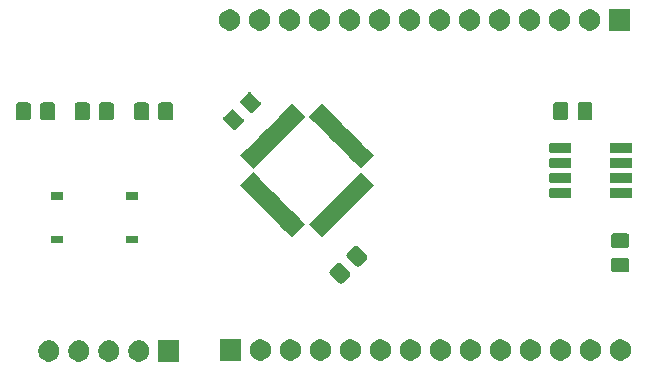
<source format=gbr>
G04 #@! TF.GenerationSoftware,KiCad,Pcbnew,(5.1.5-0-10_14)*
G04 #@! TF.CreationDate,2021-11-19T11:56:32-05:00*
G04 #@! TF.ProjectId,MinimalSAMD21,4d696e69-6d61-46c5-9341-4d4432312e6b,rev?*
G04 #@! TF.SameCoordinates,Original*
G04 #@! TF.FileFunction,Soldermask,Top*
G04 #@! TF.FilePolarity,Negative*
%FSLAX46Y46*%
G04 Gerber Fmt 4.6, Leading zero omitted, Abs format (unit mm)*
G04 Created by KiCad (PCBNEW (5.1.5-0-10_14)) date 2021-11-19 11:56:32*
%MOMM*%
%LPD*%
G04 APERTURE LIST*
%ADD10C,0.100000*%
G04 APERTURE END LIST*
D10*
G36*
X161691000Y-110201000D02*
G01*
X159889000Y-110201000D01*
X159889000Y-108399000D01*
X161691000Y-108399000D01*
X161691000Y-110201000D01*
G37*
G36*
X158363512Y-108403927D02*
G01*
X158512812Y-108433624D01*
X158676784Y-108501544D01*
X158824354Y-108600147D01*
X158949853Y-108725646D01*
X159048456Y-108873216D01*
X159116376Y-109037188D01*
X159151000Y-109211259D01*
X159151000Y-109388741D01*
X159116376Y-109562812D01*
X159048456Y-109726784D01*
X158949853Y-109874354D01*
X158824354Y-109999853D01*
X158676784Y-110098456D01*
X158512812Y-110166376D01*
X158363512Y-110196073D01*
X158338742Y-110201000D01*
X158161258Y-110201000D01*
X158136488Y-110196073D01*
X157987188Y-110166376D01*
X157823216Y-110098456D01*
X157675646Y-109999853D01*
X157550147Y-109874354D01*
X157451544Y-109726784D01*
X157383624Y-109562812D01*
X157349000Y-109388741D01*
X157349000Y-109211259D01*
X157383624Y-109037188D01*
X157451544Y-108873216D01*
X157550147Y-108725646D01*
X157675646Y-108600147D01*
X157823216Y-108501544D01*
X157987188Y-108433624D01*
X158136488Y-108403927D01*
X158161258Y-108399000D01*
X158338742Y-108399000D01*
X158363512Y-108403927D01*
G37*
G36*
X155823512Y-108403927D02*
G01*
X155972812Y-108433624D01*
X156136784Y-108501544D01*
X156284354Y-108600147D01*
X156409853Y-108725646D01*
X156508456Y-108873216D01*
X156576376Y-109037188D01*
X156611000Y-109211259D01*
X156611000Y-109388741D01*
X156576376Y-109562812D01*
X156508456Y-109726784D01*
X156409853Y-109874354D01*
X156284354Y-109999853D01*
X156136784Y-110098456D01*
X155972812Y-110166376D01*
X155823512Y-110196073D01*
X155798742Y-110201000D01*
X155621258Y-110201000D01*
X155596488Y-110196073D01*
X155447188Y-110166376D01*
X155283216Y-110098456D01*
X155135646Y-109999853D01*
X155010147Y-109874354D01*
X154911544Y-109726784D01*
X154843624Y-109562812D01*
X154809000Y-109388741D01*
X154809000Y-109211259D01*
X154843624Y-109037188D01*
X154911544Y-108873216D01*
X155010147Y-108725646D01*
X155135646Y-108600147D01*
X155283216Y-108501544D01*
X155447188Y-108433624D01*
X155596488Y-108403927D01*
X155621258Y-108399000D01*
X155798742Y-108399000D01*
X155823512Y-108403927D01*
G37*
G36*
X153283512Y-108403927D02*
G01*
X153432812Y-108433624D01*
X153596784Y-108501544D01*
X153744354Y-108600147D01*
X153869853Y-108725646D01*
X153968456Y-108873216D01*
X154036376Y-109037188D01*
X154071000Y-109211259D01*
X154071000Y-109388741D01*
X154036376Y-109562812D01*
X153968456Y-109726784D01*
X153869853Y-109874354D01*
X153744354Y-109999853D01*
X153596784Y-110098456D01*
X153432812Y-110166376D01*
X153283512Y-110196073D01*
X153258742Y-110201000D01*
X153081258Y-110201000D01*
X153056488Y-110196073D01*
X152907188Y-110166376D01*
X152743216Y-110098456D01*
X152595646Y-109999853D01*
X152470147Y-109874354D01*
X152371544Y-109726784D01*
X152303624Y-109562812D01*
X152269000Y-109388741D01*
X152269000Y-109211259D01*
X152303624Y-109037188D01*
X152371544Y-108873216D01*
X152470147Y-108725646D01*
X152595646Y-108600147D01*
X152743216Y-108501544D01*
X152907188Y-108433624D01*
X153056488Y-108403927D01*
X153081258Y-108399000D01*
X153258742Y-108399000D01*
X153283512Y-108403927D01*
G37*
G36*
X150743512Y-108403927D02*
G01*
X150892812Y-108433624D01*
X151056784Y-108501544D01*
X151204354Y-108600147D01*
X151329853Y-108725646D01*
X151428456Y-108873216D01*
X151496376Y-109037188D01*
X151531000Y-109211259D01*
X151531000Y-109388741D01*
X151496376Y-109562812D01*
X151428456Y-109726784D01*
X151329853Y-109874354D01*
X151204354Y-109999853D01*
X151056784Y-110098456D01*
X150892812Y-110166376D01*
X150743512Y-110196073D01*
X150718742Y-110201000D01*
X150541258Y-110201000D01*
X150516488Y-110196073D01*
X150367188Y-110166376D01*
X150203216Y-110098456D01*
X150055646Y-109999853D01*
X149930147Y-109874354D01*
X149831544Y-109726784D01*
X149763624Y-109562812D01*
X149729000Y-109388741D01*
X149729000Y-109211259D01*
X149763624Y-109037188D01*
X149831544Y-108873216D01*
X149930147Y-108725646D01*
X150055646Y-108600147D01*
X150203216Y-108501544D01*
X150367188Y-108433624D01*
X150516488Y-108403927D01*
X150541258Y-108399000D01*
X150718742Y-108399000D01*
X150743512Y-108403927D01*
G37*
G36*
X186433512Y-108323927D02*
G01*
X186582812Y-108353624D01*
X186746784Y-108421544D01*
X186894354Y-108520147D01*
X187019853Y-108645646D01*
X187118456Y-108793216D01*
X187186376Y-108957188D01*
X187221000Y-109131259D01*
X187221000Y-109308741D01*
X187186376Y-109482812D01*
X187118456Y-109646784D01*
X187019853Y-109794354D01*
X186894354Y-109919853D01*
X186746784Y-110018456D01*
X186582812Y-110086376D01*
X186433512Y-110116073D01*
X186408742Y-110121000D01*
X186231258Y-110121000D01*
X186206488Y-110116073D01*
X186057188Y-110086376D01*
X185893216Y-110018456D01*
X185745646Y-109919853D01*
X185620147Y-109794354D01*
X185521544Y-109646784D01*
X185453624Y-109482812D01*
X185419000Y-109308741D01*
X185419000Y-109131259D01*
X185453624Y-108957188D01*
X185521544Y-108793216D01*
X185620147Y-108645646D01*
X185745646Y-108520147D01*
X185893216Y-108421544D01*
X186057188Y-108353624D01*
X186206488Y-108323927D01*
X186231258Y-108319000D01*
X186408742Y-108319000D01*
X186433512Y-108323927D01*
G37*
G36*
X183893512Y-108323927D02*
G01*
X184042812Y-108353624D01*
X184206784Y-108421544D01*
X184354354Y-108520147D01*
X184479853Y-108645646D01*
X184578456Y-108793216D01*
X184646376Y-108957188D01*
X184681000Y-109131259D01*
X184681000Y-109308741D01*
X184646376Y-109482812D01*
X184578456Y-109646784D01*
X184479853Y-109794354D01*
X184354354Y-109919853D01*
X184206784Y-110018456D01*
X184042812Y-110086376D01*
X183893512Y-110116073D01*
X183868742Y-110121000D01*
X183691258Y-110121000D01*
X183666488Y-110116073D01*
X183517188Y-110086376D01*
X183353216Y-110018456D01*
X183205646Y-109919853D01*
X183080147Y-109794354D01*
X182981544Y-109646784D01*
X182913624Y-109482812D01*
X182879000Y-109308741D01*
X182879000Y-109131259D01*
X182913624Y-108957188D01*
X182981544Y-108793216D01*
X183080147Y-108645646D01*
X183205646Y-108520147D01*
X183353216Y-108421544D01*
X183517188Y-108353624D01*
X183666488Y-108323927D01*
X183691258Y-108319000D01*
X183868742Y-108319000D01*
X183893512Y-108323927D01*
G37*
G36*
X181353512Y-108323927D02*
G01*
X181502812Y-108353624D01*
X181666784Y-108421544D01*
X181814354Y-108520147D01*
X181939853Y-108645646D01*
X182038456Y-108793216D01*
X182106376Y-108957188D01*
X182141000Y-109131259D01*
X182141000Y-109308741D01*
X182106376Y-109482812D01*
X182038456Y-109646784D01*
X181939853Y-109794354D01*
X181814354Y-109919853D01*
X181666784Y-110018456D01*
X181502812Y-110086376D01*
X181353512Y-110116073D01*
X181328742Y-110121000D01*
X181151258Y-110121000D01*
X181126488Y-110116073D01*
X180977188Y-110086376D01*
X180813216Y-110018456D01*
X180665646Y-109919853D01*
X180540147Y-109794354D01*
X180441544Y-109646784D01*
X180373624Y-109482812D01*
X180339000Y-109308741D01*
X180339000Y-109131259D01*
X180373624Y-108957188D01*
X180441544Y-108793216D01*
X180540147Y-108645646D01*
X180665646Y-108520147D01*
X180813216Y-108421544D01*
X180977188Y-108353624D01*
X181126488Y-108323927D01*
X181151258Y-108319000D01*
X181328742Y-108319000D01*
X181353512Y-108323927D01*
G37*
G36*
X178813512Y-108323927D02*
G01*
X178962812Y-108353624D01*
X179126784Y-108421544D01*
X179274354Y-108520147D01*
X179399853Y-108645646D01*
X179498456Y-108793216D01*
X179566376Y-108957188D01*
X179601000Y-109131259D01*
X179601000Y-109308741D01*
X179566376Y-109482812D01*
X179498456Y-109646784D01*
X179399853Y-109794354D01*
X179274354Y-109919853D01*
X179126784Y-110018456D01*
X178962812Y-110086376D01*
X178813512Y-110116073D01*
X178788742Y-110121000D01*
X178611258Y-110121000D01*
X178586488Y-110116073D01*
X178437188Y-110086376D01*
X178273216Y-110018456D01*
X178125646Y-109919853D01*
X178000147Y-109794354D01*
X177901544Y-109646784D01*
X177833624Y-109482812D01*
X177799000Y-109308741D01*
X177799000Y-109131259D01*
X177833624Y-108957188D01*
X177901544Y-108793216D01*
X178000147Y-108645646D01*
X178125646Y-108520147D01*
X178273216Y-108421544D01*
X178437188Y-108353624D01*
X178586488Y-108323927D01*
X178611258Y-108319000D01*
X178788742Y-108319000D01*
X178813512Y-108323927D01*
G37*
G36*
X176273512Y-108323927D02*
G01*
X176422812Y-108353624D01*
X176586784Y-108421544D01*
X176734354Y-108520147D01*
X176859853Y-108645646D01*
X176958456Y-108793216D01*
X177026376Y-108957188D01*
X177061000Y-109131259D01*
X177061000Y-109308741D01*
X177026376Y-109482812D01*
X176958456Y-109646784D01*
X176859853Y-109794354D01*
X176734354Y-109919853D01*
X176586784Y-110018456D01*
X176422812Y-110086376D01*
X176273512Y-110116073D01*
X176248742Y-110121000D01*
X176071258Y-110121000D01*
X176046488Y-110116073D01*
X175897188Y-110086376D01*
X175733216Y-110018456D01*
X175585646Y-109919853D01*
X175460147Y-109794354D01*
X175361544Y-109646784D01*
X175293624Y-109482812D01*
X175259000Y-109308741D01*
X175259000Y-109131259D01*
X175293624Y-108957188D01*
X175361544Y-108793216D01*
X175460147Y-108645646D01*
X175585646Y-108520147D01*
X175733216Y-108421544D01*
X175897188Y-108353624D01*
X176046488Y-108323927D01*
X176071258Y-108319000D01*
X176248742Y-108319000D01*
X176273512Y-108323927D01*
G37*
G36*
X173733512Y-108323927D02*
G01*
X173882812Y-108353624D01*
X174046784Y-108421544D01*
X174194354Y-108520147D01*
X174319853Y-108645646D01*
X174418456Y-108793216D01*
X174486376Y-108957188D01*
X174521000Y-109131259D01*
X174521000Y-109308741D01*
X174486376Y-109482812D01*
X174418456Y-109646784D01*
X174319853Y-109794354D01*
X174194354Y-109919853D01*
X174046784Y-110018456D01*
X173882812Y-110086376D01*
X173733512Y-110116073D01*
X173708742Y-110121000D01*
X173531258Y-110121000D01*
X173506488Y-110116073D01*
X173357188Y-110086376D01*
X173193216Y-110018456D01*
X173045646Y-109919853D01*
X172920147Y-109794354D01*
X172821544Y-109646784D01*
X172753624Y-109482812D01*
X172719000Y-109308741D01*
X172719000Y-109131259D01*
X172753624Y-108957188D01*
X172821544Y-108793216D01*
X172920147Y-108645646D01*
X173045646Y-108520147D01*
X173193216Y-108421544D01*
X173357188Y-108353624D01*
X173506488Y-108323927D01*
X173531258Y-108319000D01*
X173708742Y-108319000D01*
X173733512Y-108323927D01*
G37*
G36*
X171193512Y-108323927D02*
G01*
X171342812Y-108353624D01*
X171506784Y-108421544D01*
X171654354Y-108520147D01*
X171779853Y-108645646D01*
X171878456Y-108793216D01*
X171946376Y-108957188D01*
X171981000Y-109131259D01*
X171981000Y-109308741D01*
X171946376Y-109482812D01*
X171878456Y-109646784D01*
X171779853Y-109794354D01*
X171654354Y-109919853D01*
X171506784Y-110018456D01*
X171342812Y-110086376D01*
X171193512Y-110116073D01*
X171168742Y-110121000D01*
X170991258Y-110121000D01*
X170966488Y-110116073D01*
X170817188Y-110086376D01*
X170653216Y-110018456D01*
X170505646Y-109919853D01*
X170380147Y-109794354D01*
X170281544Y-109646784D01*
X170213624Y-109482812D01*
X170179000Y-109308741D01*
X170179000Y-109131259D01*
X170213624Y-108957188D01*
X170281544Y-108793216D01*
X170380147Y-108645646D01*
X170505646Y-108520147D01*
X170653216Y-108421544D01*
X170817188Y-108353624D01*
X170966488Y-108323927D01*
X170991258Y-108319000D01*
X171168742Y-108319000D01*
X171193512Y-108323927D01*
G37*
G36*
X168653512Y-108323927D02*
G01*
X168802812Y-108353624D01*
X168966784Y-108421544D01*
X169114354Y-108520147D01*
X169239853Y-108645646D01*
X169338456Y-108793216D01*
X169406376Y-108957188D01*
X169441000Y-109131259D01*
X169441000Y-109308741D01*
X169406376Y-109482812D01*
X169338456Y-109646784D01*
X169239853Y-109794354D01*
X169114354Y-109919853D01*
X168966784Y-110018456D01*
X168802812Y-110086376D01*
X168653512Y-110116073D01*
X168628742Y-110121000D01*
X168451258Y-110121000D01*
X168426488Y-110116073D01*
X168277188Y-110086376D01*
X168113216Y-110018456D01*
X167965646Y-109919853D01*
X167840147Y-109794354D01*
X167741544Y-109646784D01*
X167673624Y-109482812D01*
X167639000Y-109308741D01*
X167639000Y-109131259D01*
X167673624Y-108957188D01*
X167741544Y-108793216D01*
X167840147Y-108645646D01*
X167965646Y-108520147D01*
X168113216Y-108421544D01*
X168277188Y-108353624D01*
X168426488Y-108323927D01*
X168451258Y-108319000D01*
X168628742Y-108319000D01*
X168653512Y-108323927D01*
G37*
G36*
X166901000Y-110121000D02*
G01*
X165099000Y-110121000D01*
X165099000Y-108319000D01*
X166901000Y-108319000D01*
X166901000Y-110121000D01*
G37*
G36*
X199133512Y-108323927D02*
G01*
X199282812Y-108353624D01*
X199446784Y-108421544D01*
X199594354Y-108520147D01*
X199719853Y-108645646D01*
X199818456Y-108793216D01*
X199886376Y-108957188D01*
X199921000Y-109131259D01*
X199921000Y-109308741D01*
X199886376Y-109482812D01*
X199818456Y-109646784D01*
X199719853Y-109794354D01*
X199594354Y-109919853D01*
X199446784Y-110018456D01*
X199282812Y-110086376D01*
X199133512Y-110116073D01*
X199108742Y-110121000D01*
X198931258Y-110121000D01*
X198906488Y-110116073D01*
X198757188Y-110086376D01*
X198593216Y-110018456D01*
X198445646Y-109919853D01*
X198320147Y-109794354D01*
X198221544Y-109646784D01*
X198153624Y-109482812D01*
X198119000Y-109308741D01*
X198119000Y-109131259D01*
X198153624Y-108957188D01*
X198221544Y-108793216D01*
X198320147Y-108645646D01*
X198445646Y-108520147D01*
X198593216Y-108421544D01*
X198757188Y-108353624D01*
X198906488Y-108323927D01*
X198931258Y-108319000D01*
X199108742Y-108319000D01*
X199133512Y-108323927D01*
G37*
G36*
X196593512Y-108323927D02*
G01*
X196742812Y-108353624D01*
X196906784Y-108421544D01*
X197054354Y-108520147D01*
X197179853Y-108645646D01*
X197278456Y-108793216D01*
X197346376Y-108957188D01*
X197381000Y-109131259D01*
X197381000Y-109308741D01*
X197346376Y-109482812D01*
X197278456Y-109646784D01*
X197179853Y-109794354D01*
X197054354Y-109919853D01*
X196906784Y-110018456D01*
X196742812Y-110086376D01*
X196593512Y-110116073D01*
X196568742Y-110121000D01*
X196391258Y-110121000D01*
X196366488Y-110116073D01*
X196217188Y-110086376D01*
X196053216Y-110018456D01*
X195905646Y-109919853D01*
X195780147Y-109794354D01*
X195681544Y-109646784D01*
X195613624Y-109482812D01*
X195579000Y-109308741D01*
X195579000Y-109131259D01*
X195613624Y-108957188D01*
X195681544Y-108793216D01*
X195780147Y-108645646D01*
X195905646Y-108520147D01*
X196053216Y-108421544D01*
X196217188Y-108353624D01*
X196366488Y-108323927D01*
X196391258Y-108319000D01*
X196568742Y-108319000D01*
X196593512Y-108323927D01*
G37*
G36*
X194053512Y-108323927D02*
G01*
X194202812Y-108353624D01*
X194366784Y-108421544D01*
X194514354Y-108520147D01*
X194639853Y-108645646D01*
X194738456Y-108793216D01*
X194806376Y-108957188D01*
X194841000Y-109131259D01*
X194841000Y-109308741D01*
X194806376Y-109482812D01*
X194738456Y-109646784D01*
X194639853Y-109794354D01*
X194514354Y-109919853D01*
X194366784Y-110018456D01*
X194202812Y-110086376D01*
X194053512Y-110116073D01*
X194028742Y-110121000D01*
X193851258Y-110121000D01*
X193826488Y-110116073D01*
X193677188Y-110086376D01*
X193513216Y-110018456D01*
X193365646Y-109919853D01*
X193240147Y-109794354D01*
X193141544Y-109646784D01*
X193073624Y-109482812D01*
X193039000Y-109308741D01*
X193039000Y-109131259D01*
X193073624Y-108957188D01*
X193141544Y-108793216D01*
X193240147Y-108645646D01*
X193365646Y-108520147D01*
X193513216Y-108421544D01*
X193677188Y-108353624D01*
X193826488Y-108323927D01*
X193851258Y-108319000D01*
X194028742Y-108319000D01*
X194053512Y-108323927D01*
G37*
G36*
X191513512Y-108323927D02*
G01*
X191662812Y-108353624D01*
X191826784Y-108421544D01*
X191974354Y-108520147D01*
X192099853Y-108645646D01*
X192198456Y-108793216D01*
X192266376Y-108957188D01*
X192301000Y-109131259D01*
X192301000Y-109308741D01*
X192266376Y-109482812D01*
X192198456Y-109646784D01*
X192099853Y-109794354D01*
X191974354Y-109919853D01*
X191826784Y-110018456D01*
X191662812Y-110086376D01*
X191513512Y-110116073D01*
X191488742Y-110121000D01*
X191311258Y-110121000D01*
X191286488Y-110116073D01*
X191137188Y-110086376D01*
X190973216Y-110018456D01*
X190825646Y-109919853D01*
X190700147Y-109794354D01*
X190601544Y-109646784D01*
X190533624Y-109482812D01*
X190499000Y-109308741D01*
X190499000Y-109131259D01*
X190533624Y-108957188D01*
X190601544Y-108793216D01*
X190700147Y-108645646D01*
X190825646Y-108520147D01*
X190973216Y-108421544D01*
X191137188Y-108353624D01*
X191286488Y-108323927D01*
X191311258Y-108319000D01*
X191488742Y-108319000D01*
X191513512Y-108323927D01*
G37*
G36*
X188973512Y-108323927D02*
G01*
X189122812Y-108353624D01*
X189286784Y-108421544D01*
X189434354Y-108520147D01*
X189559853Y-108645646D01*
X189658456Y-108793216D01*
X189726376Y-108957188D01*
X189761000Y-109131259D01*
X189761000Y-109308741D01*
X189726376Y-109482812D01*
X189658456Y-109646784D01*
X189559853Y-109794354D01*
X189434354Y-109919853D01*
X189286784Y-110018456D01*
X189122812Y-110086376D01*
X188973512Y-110116073D01*
X188948742Y-110121000D01*
X188771258Y-110121000D01*
X188746488Y-110116073D01*
X188597188Y-110086376D01*
X188433216Y-110018456D01*
X188285646Y-109919853D01*
X188160147Y-109794354D01*
X188061544Y-109646784D01*
X187993624Y-109482812D01*
X187959000Y-109308741D01*
X187959000Y-109131259D01*
X187993624Y-108957188D01*
X188061544Y-108793216D01*
X188160147Y-108645646D01*
X188285646Y-108520147D01*
X188433216Y-108421544D01*
X188597188Y-108353624D01*
X188746488Y-108323927D01*
X188771258Y-108319000D01*
X188948742Y-108319000D01*
X188973512Y-108323927D01*
G37*
G36*
X175226023Y-101839036D02*
G01*
X175263716Y-101850470D01*
X175298452Y-101869037D01*
X175333665Y-101897935D01*
X176102065Y-102666335D01*
X176130963Y-102701548D01*
X176149530Y-102736284D01*
X176160964Y-102773977D01*
X176164824Y-102813172D01*
X176160964Y-102852367D01*
X176149530Y-102890060D01*
X176130963Y-102924796D01*
X176102065Y-102960009D01*
X175510441Y-103551633D01*
X175475228Y-103580531D01*
X175440492Y-103599098D01*
X175402799Y-103610532D01*
X175363604Y-103614392D01*
X175324409Y-103610532D01*
X175286716Y-103599098D01*
X175251980Y-103580531D01*
X175216767Y-103551633D01*
X174448367Y-102783233D01*
X174419469Y-102748020D01*
X174400902Y-102713284D01*
X174389468Y-102675591D01*
X174385608Y-102636396D01*
X174389468Y-102597201D01*
X174400902Y-102559508D01*
X174419469Y-102524772D01*
X174448367Y-102489559D01*
X175039991Y-101897935D01*
X175075204Y-101869037D01*
X175109940Y-101850470D01*
X175147633Y-101839036D01*
X175186828Y-101835176D01*
X175226023Y-101839036D01*
G37*
G36*
X199588674Y-101403465D02*
G01*
X199626367Y-101414899D01*
X199661103Y-101433466D01*
X199691548Y-101458452D01*
X199716534Y-101488897D01*
X199735101Y-101523633D01*
X199746535Y-101561326D01*
X199751000Y-101606661D01*
X199751000Y-102443339D01*
X199746535Y-102488674D01*
X199735101Y-102526367D01*
X199716534Y-102561103D01*
X199691548Y-102591548D01*
X199661103Y-102616534D01*
X199626367Y-102635101D01*
X199588674Y-102646535D01*
X199543339Y-102651000D01*
X198456661Y-102651000D01*
X198411326Y-102646535D01*
X198373633Y-102635101D01*
X198338897Y-102616534D01*
X198308452Y-102591548D01*
X198283466Y-102561103D01*
X198264899Y-102526367D01*
X198253465Y-102488674D01*
X198249000Y-102443339D01*
X198249000Y-101606661D01*
X198253465Y-101561326D01*
X198264899Y-101523633D01*
X198283466Y-101488897D01*
X198308452Y-101458452D01*
X198338897Y-101433466D01*
X198373633Y-101414899D01*
X198411326Y-101403465D01*
X198456661Y-101399000D01*
X199543339Y-101399000D01*
X199588674Y-101403465D01*
G37*
G36*
X176675591Y-100389468D02*
G01*
X176713284Y-100400902D01*
X176748020Y-100419469D01*
X176783233Y-100448367D01*
X177551633Y-101216767D01*
X177580531Y-101251980D01*
X177599098Y-101286716D01*
X177610532Y-101324409D01*
X177614392Y-101363604D01*
X177610532Y-101402799D01*
X177599098Y-101440492D01*
X177580531Y-101475228D01*
X177551633Y-101510441D01*
X176960009Y-102102065D01*
X176924796Y-102130963D01*
X176890060Y-102149530D01*
X176852367Y-102160964D01*
X176813172Y-102164824D01*
X176773977Y-102160964D01*
X176736284Y-102149530D01*
X176701548Y-102130963D01*
X176666335Y-102102065D01*
X175897935Y-101333665D01*
X175869037Y-101298452D01*
X175850470Y-101263716D01*
X175839036Y-101226023D01*
X175835176Y-101186828D01*
X175839036Y-101147633D01*
X175850470Y-101109940D01*
X175869037Y-101075204D01*
X175897935Y-101039991D01*
X176489559Y-100448367D01*
X176524772Y-100419469D01*
X176559508Y-100400902D01*
X176597201Y-100389468D01*
X176636396Y-100385608D01*
X176675591Y-100389468D01*
G37*
G36*
X199588674Y-99353465D02*
G01*
X199626367Y-99364899D01*
X199661103Y-99383466D01*
X199691548Y-99408452D01*
X199716534Y-99438897D01*
X199735101Y-99473633D01*
X199746535Y-99511326D01*
X199751000Y-99556661D01*
X199751000Y-100393339D01*
X199746535Y-100438674D01*
X199735101Y-100476367D01*
X199716534Y-100511103D01*
X199691548Y-100541548D01*
X199661103Y-100566534D01*
X199626367Y-100585101D01*
X199588674Y-100596535D01*
X199543339Y-100601000D01*
X198456661Y-100601000D01*
X198411326Y-100596535D01*
X198373633Y-100585101D01*
X198338897Y-100566534D01*
X198308452Y-100541548D01*
X198283466Y-100511103D01*
X198264899Y-100476367D01*
X198253465Y-100438674D01*
X198249000Y-100393339D01*
X198249000Y-99556661D01*
X198253465Y-99511326D01*
X198264899Y-99473633D01*
X198283466Y-99438897D01*
X198308452Y-99408452D01*
X198338897Y-99383466D01*
X198373633Y-99364899D01*
X198411326Y-99353465D01*
X198456661Y-99349000D01*
X199543339Y-99349000D01*
X199588674Y-99353465D01*
G37*
G36*
X151853900Y-100200600D02*
G01*
X150799400Y-100200600D01*
X150799400Y-99539800D01*
X151853900Y-99539800D01*
X151853900Y-100200600D01*
G37*
G36*
X158216600Y-100200600D02*
G01*
X157162100Y-100200600D01*
X157162100Y-99539800D01*
X158216600Y-99539800D01*
X158216600Y-100200600D01*
G37*
G36*
X168388115Y-94607424D02*
G01*
X168388115Y-94607425D01*
X168522464Y-94741774D01*
X168522464Y-94741773D01*
X168953799Y-95173108D01*
X168953799Y-95173109D01*
X169088150Y-95307460D01*
X169088150Y-95307459D01*
X169519485Y-95738794D01*
X169519485Y-95738795D01*
X169653836Y-95873146D01*
X169653836Y-95873145D01*
X170085171Y-96304480D01*
X170085171Y-96304481D01*
X170219520Y-96438830D01*
X170219520Y-96438829D01*
X170650855Y-96870164D01*
X170650855Y-96870165D01*
X170785206Y-97004516D01*
X170785206Y-97004515D01*
X171216541Y-97435850D01*
X171216541Y-97435851D01*
X171350891Y-97570201D01*
X171350891Y-97570200D01*
X171782226Y-98001535D01*
X171782226Y-98001536D01*
X171916576Y-98135886D01*
X171916576Y-98135885D01*
X172347911Y-98567220D01*
X171234076Y-99681055D01*
X170802741Y-99249720D01*
X170802742Y-99249720D01*
X170668392Y-99115370D01*
X170668391Y-99115370D01*
X170237056Y-98684035D01*
X170237057Y-98684035D01*
X170102707Y-98549685D01*
X170102706Y-98549685D01*
X169671371Y-98118350D01*
X169671372Y-98118350D01*
X169537021Y-97983999D01*
X169537020Y-97983999D01*
X169105685Y-97552664D01*
X169105686Y-97552664D01*
X168971337Y-97418315D01*
X168971336Y-97418315D01*
X168540001Y-96986980D01*
X168540002Y-96986980D01*
X168405651Y-96852629D01*
X168405650Y-96852629D01*
X167974315Y-96421294D01*
X167974316Y-96421294D01*
X167839965Y-96286943D01*
X167839964Y-96286943D01*
X167408629Y-95855608D01*
X167408630Y-95855608D01*
X167274281Y-95721259D01*
X167274280Y-95721259D01*
X166842945Y-95289924D01*
X167956780Y-94176089D01*
X168388115Y-94607424D01*
G37*
G36*
X178173055Y-95289924D02*
G01*
X173781924Y-99681055D01*
X172668089Y-98567220D01*
X173099424Y-98135885D01*
X173099425Y-98135886D01*
X173233774Y-98001537D01*
X173233773Y-98001536D01*
X173665108Y-97570201D01*
X173665109Y-97570202D01*
X173799460Y-97435851D01*
X173799459Y-97435850D01*
X174230794Y-97004515D01*
X174230795Y-97004516D01*
X174365146Y-96870165D01*
X174365145Y-96870164D01*
X174796480Y-96438829D01*
X174796481Y-96438830D01*
X174930830Y-96304481D01*
X174930829Y-96304480D01*
X175362164Y-95873145D01*
X175362165Y-95873146D01*
X175496516Y-95738795D01*
X175496515Y-95738794D01*
X175927850Y-95307459D01*
X175927851Y-95307460D01*
X176062201Y-95173110D01*
X176062200Y-95173109D01*
X176493535Y-94741774D01*
X176493536Y-94741775D01*
X176627886Y-94607425D01*
X176627885Y-94607424D01*
X177059220Y-94176089D01*
X178173055Y-95289924D01*
G37*
G36*
X158216600Y-96492200D02*
G01*
X157162100Y-96492200D01*
X157162100Y-95831400D01*
X158216600Y-95831400D01*
X158216600Y-96492200D01*
G37*
G36*
X151853900Y-96492200D02*
G01*
X150799400Y-96492200D01*
X150799400Y-95831400D01*
X151853900Y-95831400D01*
X151853900Y-96492200D01*
G37*
G36*
X194727683Y-95473725D02*
G01*
X194758143Y-95482966D01*
X194786223Y-95497974D01*
X194810831Y-95518169D01*
X194831026Y-95542777D01*
X194846034Y-95570857D01*
X194855275Y-95601317D01*
X194859000Y-95639140D01*
X194859000Y-96202860D01*
X194855275Y-96240683D01*
X194846034Y-96271143D01*
X194831026Y-96299223D01*
X194810831Y-96323831D01*
X194786223Y-96344026D01*
X194758143Y-96359034D01*
X194727683Y-96368275D01*
X194689860Y-96372000D01*
X193176140Y-96372000D01*
X193138317Y-96368275D01*
X193107857Y-96359034D01*
X193079777Y-96344026D01*
X193055169Y-96323831D01*
X193034974Y-96299223D01*
X193019966Y-96271143D01*
X193010725Y-96240683D01*
X193007000Y-96202860D01*
X193007000Y-95639140D01*
X193010725Y-95601317D01*
X193019966Y-95570857D01*
X193034974Y-95542777D01*
X193055169Y-95518169D01*
X193079777Y-95497974D01*
X193107857Y-95482966D01*
X193138317Y-95473725D01*
X193176140Y-95470000D01*
X194689860Y-95470000D01*
X194727683Y-95473725D01*
G37*
G36*
X199877683Y-95473725D02*
G01*
X199908143Y-95482966D01*
X199936223Y-95497974D01*
X199960831Y-95518169D01*
X199981026Y-95542777D01*
X199996034Y-95570857D01*
X200005275Y-95601317D01*
X200009000Y-95639140D01*
X200009000Y-96202860D01*
X200005275Y-96240683D01*
X199996034Y-96271143D01*
X199981026Y-96299223D01*
X199960831Y-96323831D01*
X199936223Y-96344026D01*
X199908143Y-96359034D01*
X199877683Y-96368275D01*
X199839860Y-96372000D01*
X198326140Y-96372000D01*
X198288317Y-96368275D01*
X198257857Y-96359034D01*
X198229777Y-96344026D01*
X198205169Y-96323831D01*
X198184974Y-96299223D01*
X198169966Y-96271143D01*
X198160725Y-96240683D01*
X198157000Y-96202860D01*
X198157000Y-95639140D01*
X198160725Y-95601317D01*
X198169966Y-95570857D01*
X198184974Y-95542777D01*
X198205169Y-95518169D01*
X198229777Y-95497974D01*
X198257857Y-95482966D01*
X198288317Y-95473725D01*
X198326140Y-95470000D01*
X199839860Y-95470000D01*
X199877683Y-95473725D01*
G37*
G36*
X194727683Y-94203725D02*
G01*
X194758143Y-94212966D01*
X194786223Y-94227974D01*
X194810831Y-94248169D01*
X194831026Y-94272777D01*
X194846034Y-94300857D01*
X194855275Y-94331317D01*
X194859000Y-94369140D01*
X194859000Y-94932860D01*
X194855275Y-94970683D01*
X194846034Y-95001143D01*
X194831026Y-95029223D01*
X194810831Y-95053831D01*
X194786223Y-95074026D01*
X194758143Y-95089034D01*
X194727683Y-95098275D01*
X194689860Y-95102000D01*
X193176140Y-95102000D01*
X193138317Y-95098275D01*
X193107857Y-95089034D01*
X193079777Y-95074026D01*
X193055169Y-95053831D01*
X193034974Y-95029223D01*
X193019966Y-95001143D01*
X193010725Y-94970683D01*
X193007000Y-94932860D01*
X193007000Y-94369140D01*
X193010725Y-94331317D01*
X193019966Y-94300857D01*
X193034974Y-94272777D01*
X193055169Y-94248169D01*
X193079777Y-94227974D01*
X193107857Y-94212966D01*
X193138317Y-94203725D01*
X193176140Y-94200000D01*
X194689860Y-94200000D01*
X194727683Y-94203725D01*
G37*
G36*
X199877683Y-94203725D02*
G01*
X199908143Y-94212966D01*
X199936223Y-94227974D01*
X199960831Y-94248169D01*
X199981026Y-94272777D01*
X199996034Y-94300857D01*
X200005275Y-94331317D01*
X200009000Y-94369140D01*
X200009000Y-94932860D01*
X200005275Y-94970683D01*
X199996034Y-95001143D01*
X199981026Y-95029223D01*
X199960831Y-95053831D01*
X199936223Y-95074026D01*
X199908143Y-95089034D01*
X199877683Y-95098275D01*
X199839860Y-95102000D01*
X198326140Y-95102000D01*
X198288317Y-95098275D01*
X198257857Y-95089034D01*
X198229777Y-95074026D01*
X198205169Y-95053831D01*
X198184974Y-95029223D01*
X198169966Y-95001143D01*
X198160725Y-94970683D01*
X198157000Y-94932860D01*
X198157000Y-94369140D01*
X198160725Y-94331317D01*
X198169966Y-94300857D01*
X198184974Y-94272777D01*
X198205169Y-94248169D01*
X198229777Y-94227974D01*
X198257857Y-94212966D01*
X198288317Y-94203725D01*
X198326140Y-94200000D01*
X199839860Y-94200000D01*
X199877683Y-94203725D01*
G37*
G36*
X174213259Y-88782280D02*
G01*
X174213259Y-88782281D01*
X174347609Y-88916631D01*
X174347609Y-88916630D01*
X174778944Y-89347965D01*
X174778944Y-89347966D01*
X174913294Y-89482316D01*
X174913294Y-89482315D01*
X175344629Y-89913650D01*
X175344629Y-89913651D01*
X175478980Y-90048002D01*
X175478980Y-90048001D01*
X175910315Y-90479336D01*
X175910315Y-90479337D01*
X176044664Y-90613686D01*
X176044664Y-90613685D01*
X176475999Y-91045020D01*
X176475999Y-91045021D01*
X176610350Y-91179372D01*
X176610350Y-91179371D01*
X177041685Y-91610706D01*
X177041685Y-91610707D01*
X177176036Y-91745058D01*
X177176036Y-91745057D01*
X177607371Y-92176392D01*
X177607371Y-92176393D01*
X177741720Y-92310742D01*
X177741720Y-92310741D01*
X178173055Y-92742076D01*
X177059220Y-93855911D01*
X176627885Y-93424576D01*
X176627886Y-93424576D01*
X176493537Y-93290227D01*
X176493536Y-93290227D01*
X176062201Y-92858892D01*
X176062202Y-92858892D01*
X175927851Y-92724541D01*
X175927850Y-92724541D01*
X175496515Y-92293206D01*
X175496516Y-92293206D01*
X175362165Y-92158855D01*
X175362164Y-92158855D01*
X174930829Y-91727520D01*
X174930830Y-91727520D01*
X174796481Y-91593171D01*
X174796480Y-91593171D01*
X174365145Y-91161836D01*
X174365146Y-91161836D01*
X174230795Y-91027485D01*
X174230794Y-91027485D01*
X173799459Y-90596150D01*
X173799460Y-90596150D01*
X173665110Y-90461800D01*
X173665109Y-90461800D01*
X173233774Y-90030465D01*
X173233775Y-90030465D01*
X173099425Y-89896115D01*
X173099424Y-89896115D01*
X172668089Y-89464780D01*
X173781924Y-88350945D01*
X174213259Y-88782280D01*
G37*
G36*
X172347911Y-89464780D02*
G01*
X167956780Y-93855911D01*
X166842945Y-92742076D01*
X167274280Y-92310741D01*
X167274281Y-92310742D01*
X167408631Y-92176392D01*
X167408630Y-92176391D01*
X167839965Y-91745056D01*
X167839966Y-91745057D01*
X167974316Y-91610707D01*
X167974315Y-91610706D01*
X168405650Y-91179371D01*
X168405651Y-91179372D01*
X168540002Y-91045021D01*
X168540001Y-91045020D01*
X168971336Y-90613685D01*
X168971337Y-90613686D01*
X169105686Y-90479337D01*
X169105685Y-90479336D01*
X169537020Y-90048001D01*
X169537021Y-90048002D01*
X169671372Y-89913651D01*
X169671371Y-89913650D01*
X170102706Y-89482315D01*
X170102707Y-89482316D01*
X170237058Y-89347965D01*
X170237057Y-89347964D01*
X170668392Y-88916629D01*
X170668393Y-88916630D01*
X170802742Y-88782281D01*
X170802741Y-88782280D01*
X171234076Y-88350945D01*
X172347911Y-89464780D01*
G37*
G36*
X194727683Y-92933725D02*
G01*
X194758143Y-92942966D01*
X194786223Y-92957974D01*
X194810831Y-92978169D01*
X194831026Y-93002777D01*
X194846034Y-93030857D01*
X194855275Y-93061317D01*
X194859000Y-93099140D01*
X194859000Y-93662860D01*
X194855275Y-93700683D01*
X194846034Y-93731143D01*
X194831026Y-93759223D01*
X194810831Y-93783831D01*
X194786223Y-93804026D01*
X194758143Y-93819034D01*
X194727683Y-93828275D01*
X194689860Y-93832000D01*
X193176140Y-93832000D01*
X193138317Y-93828275D01*
X193107857Y-93819034D01*
X193079777Y-93804026D01*
X193055169Y-93783831D01*
X193034974Y-93759223D01*
X193019966Y-93731143D01*
X193010725Y-93700683D01*
X193007000Y-93662860D01*
X193007000Y-93099140D01*
X193010725Y-93061317D01*
X193019966Y-93030857D01*
X193034974Y-93002777D01*
X193055169Y-92978169D01*
X193079777Y-92957974D01*
X193107857Y-92942966D01*
X193138317Y-92933725D01*
X193176140Y-92930000D01*
X194689860Y-92930000D01*
X194727683Y-92933725D01*
G37*
G36*
X199877683Y-92933725D02*
G01*
X199908143Y-92942966D01*
X199936223Y-92957974D01*
X199960831Y-92978169D01*
X199981026Y-93002777D01*
X199996034Y-93030857D01*
X200005275Y-93061317D01*
X200009000Y-93099140D01*
X200009000Y-93662860D01*
X200005275Y-93700683D01*
X199996034Y-93731143D01*
X199981026Y-93759223D01*
X199960831Y-93783831D01*
X199936223Y-93804026D01*
X199908143Y-93819034D01*
X199877683Y-93828275D01*
X199839860Y-93832000D01*
X198326140Y-93832000D01*
X198288317Y-93828275D01*
X198257857Y-93819034D01*
X198229777Y-93804026D01*
X198205169Y-93783831D01*
X198184974Y-93759223D01*
X198169966Y-93731143D01*
X198160725Y-93700683D01*
X198157000Y-93662860D01*
X198157000Y-93099140D01*
X198160725Y-93061317D01*
X198169966Y-93030857D01*
X198184974Y-93002777D01*
X198205169Y-92978169D01*
X198229777Y-92957974D01*
X198257857Y-92942966D01*
X198288317Y-92933725D01*
X198326140Y-92930000D01*
X199839860Y-92930000D01*
X199877683Y-92933725D01*
G37*
G36*
X199877683Y-91663725D02*
G01*
X199908143Y-91672966D01*
X199936223Y-91687974D01*
X199960831Y-91708169D01*
X199981026Y-91732777D01*
X199996034Y-91760857D01*
X200005275Y-91791317D01*
X200009000Y-91829140D01*
X200009000Y-92392860D01*
X200005275Y-92430683D01*
X199996034Y-92461143D01*
X199981026Y-92489223D01*
X199960831Y-92513831D01*
X199936223Y-92534026D01*
X199908143Y-92549034D01*
X199877683Y-92558275D01*
X199839860Y-92562000D01*
X198326140Y-92562000D01*
X198288317Y-92558275D01*
X198257857Y-92549034D01*
X198229777Y-92534026D01*
X198205169Y-92513831D01*
X198184974Y-92489223D01*
X198169966Y-92461143D01*
X198160725Y-92430683D01*
X198157000Y-92392860D01*
X198157000Y-91829140D01*
X198160725Y-91791317D01*
X198169966Y-91760857D01*
X198184974Y-91732777D01*
X198205169Y-91708169D01*
X198229777Y-91687974D01*
X198257857Y-91672966D01*
X198288317Y-91663725D01*
X198326140Y-91660000D01*
X199839860Y-91660000D01*
X199877683Y-91663725D01*
G37*
G36*
X194727683Y-91663725D02*
G01*
X194758143Y-91672966D01*
X194786223Y-91687974D01*
X194810831Y-91708169D01*
X194831026Y-91732777D01*
X194846034Y-91760857D01*
X194855275Y-91791317D01*
X194859000Y-91829140D01*
X194859000Y-92392860D01*
X194855275Y-92430683D01*
X194846034Y-92461143D01*
X194831026Y-92489223D01*
X194810831Y-92513831D01*
X194786223Y-92534026D01*
X194758143Y-92549034D01*
X194727683Y-92558275D01*
X194689860Y-92562000D01*
X193176140Y-92562000D01*
X193138317Y-92558275D01*
X193107857Y-92549034D01*
X193079777Y-92534026D01*
X193055169Y-92513831D01*
X193034974Y-92489223D01*
X193019966Y-92461143D01*
X193010725Y-92430683D01*
X193007000Y-92392860D01*
X193007000Y-91829140D01*
X193010725Y-91791317D01*
X193019966Y-91760857D01*
X193034974Y-91732777D01*
X193055169Y-91708169D01*
X193079777Y-91687974D01*
X193107857Y-91672966D01*
X193138317Y-91663725D01*
X193176140Y-91660000D01*
X194689860Y-91660000D01*
X194727683Y-91663725D01*
G37*
G36*
X166226023Y-88839036D02*
G01*
X166263716Y-88850470D01*
X166298452Y-88869037D01*
X166333665Y-88897935D01*
X167102065Y-89666335D01*
X167130963Y-89701548D01*
X167149530Y-89736284D01*
X167160964Y-89773977D01*
X167164824Y-89813172D01*
X167160964Y-89852367D01*
X167149530Y-89890060D01*
X167130963Y-89924796D01*
X167102065Y-89960009D01*
X166510441Y-90551633D01*
X166475228Y-90580531D01*
X166440492Y-90599098D01*
X166402799Y-90610532D01*
X166363604Y-90614392D01*
X166324409Y-90610532D01*
X166286716Y-90599098D01*
X166251980Y-90580531D01*
X166216767Y-90551633D01*
X165448367Y-89783233D01*
X165419469Y-89748020D01*
X165400902Y-89713284D01*
X165389468Y-89675591D01*
X165385608Y-89636396D01*
X165389468Y-89597201D01*
X165400902Y-89559508D01*
X165419469Y-89524772D01*
X165448367Y-89489559D01*
X166039991Y-88897935D01*
X166075204Y-88869037D01*
X166109940Y-88850470D01*
X166147633Y-88839036D01*
X166186828Y-88835176D01*
X166226023Y-88839036D01*
G37*
G36*
X148946674Y-88269465D02*
G01*
X148984367Y-88280899D01*
X149019103Y-88299466D01*
X149049548Y-88324452D01*
X149074534Y-88354897D01*
X149093101Y-88389633D01*
X149104535Y-88427326D01*
X149109000Y-88472661D01*
X149109000Y-89559339D01*
X149104535Y-89604674D01*
X149093101Y-89642367D01*
X149074534Y-89677103D01*
X149049548Y-89707548D01*
X149019103Y-89732534D01*
X148984367Y-89751101D01*
X148946674Y-89762535D01*
X148901339Y-89767000D01*
X148064661Y-89767000D01*
X148019326Y-89762535D01*
X147981633Y-89751101D01*
X147946897Y-89732534D01*
X147916452Y-89707548D01*
X147891466Y-89677103D01*
X147872899Y-89642367D01*
X147861465Y-89604674D01*
X147857000Y-89559339D01*
X147857000Y-88472661D01*
X147861465Y-88427326D01*
X147872899Y-88389633D01*
X147891466Y-88354897D01*
X147916452Y-88324452D01*
X147946897Y-88299466D01*
X147981633Y-88280899D01*
X148019326Y-88269465D01*
X148064661Y-88265000D01*
X148901339Y-88265000D01*
X148946674Y-88269465D01*
G37*
G36*
X150996674Y-88269465D02*
G01*
X151034367Y-88280899D01*
X151069103Y-88299466D01*
X151099548Y-88324452D01*
X151124534Y-88354897D01*
X151143101Y-88389633D01*
X151154535Y-88427326D01*
X151159000Y-88472661D01*
X151159000Y-89559339D01*
X151154535Y-89604674D01*
X151143101Y-89642367D01*
X151124534Y-89677103D01*
X151099548Y-89707548D01*
X151069103Y-89732534D01*
X151034367Y-89751101D01*
X150996674Y-89762535D01*
X150951339Y-89767000D01*
X150114661Y-89767000D01*
X150069326Y-89762535D01*
X150031633Y-89751101D01*
X149996897Y-89732534D01*
X149966452Y-89707548D01*
X149941466Y-89677103D01*
X149922899Y-89642367D01*
X149911465Y-89604674D01*
X149907000Y-89559339D01*
X149907000Y-88472661D01*
X149911465Y-88427326D01*
X149922899Y-88389633D01*
X149941466Y-88354897D01*
X149966452Y-88324452D01*
X149996897Y-88299466D01*
X150031633Y-88280899D01*
X150069326Y-88269465D01*
X150114661Y-88265000D01*
X150951339Y-88265000D01*
X150996674Y-88269465D01*
G37*
G36*
X160996674Y-88269465D02*
G01*
X161034367Y-88280899D01*
X161069103Y-88299466D01*
X161099548Y-88324452D01*
X161124534Y-88354897D01*
X161143101Y-88389633D01*
X161154535Y-88427326D01*
X161159000Y-88472661D01*
X161159000Y-89559339D01*
X161154535Y-89604674D01*
X161143101Y-89642367D01*
X161124534Y-89677103D01*
X161099548Y-89707548D01*
X161069103Y-89732534D01*
X161034367Y-89751101D01*
X160996674Y-89762535D01*
X160951339Y-89767000D01*
X160114661Y-89767000D01*
X160069326Y-89762535D01*
X160031633Y-89751101D01*
X159996897Y-89732534D01*
X159966452Y-89707548D01*
X159941466Y-89677103D01*
X159922899Y-89642367D01*
X159911465Y-89604674D01*
X159907000Y-89559339D01*
X159907000Y-88472661D01*
X159911465Y-88427326D01*
X159922899Y-88389633D01*
X159941466Y-88354897D01*
X159966452Y-88324452D01*
X159996897Y-88299466D01*
X160031633Y-88280899D01*
X160069326Y-88269465D01*
X160114661Y-88265000D01*
X160951339Y-88265000D01*
X160996674Y-88269465D01*
G37*
G36*
X158946674Y-88269465D02*
G01*
X158984367Y-88280899D01*
X159019103Y-88299466D01*
X159049548Y-88324452D01*
X159074534Y-88354897D01*
X159093101Y-88389633D01*
X159104535Y-88427326D01*
X159109000Y-88472661D01*
X159109000Y-89559339D01*
X159104535Y-89604674D01*
X159093101Y-89642367D01*
X159074534Y-89677103D01*
X159049548Y-89707548D01*
X159019103Y-89732534D01*
X158984367Y-89751101D01*
X158946674Y-89762535D01*
X158901339Y-89767000D01*
X158064661Y-89767000D01*
X158019326Y-89762535D01*
X157981633Y-89751101D01*
X157946897Y-89732534D01*
X157916452Y-89707548D01*
X157891466Y-89677103D01*
X157872899Y-89642367D01*
X157861465Y-89604674D01*
X157857000Y-89559339D01*
X157857000Y-88472661D01*
X157861465Y-88427326D01*
X157872899Y-88389633D01*
X157891466Y-88354897D01*
X157916452Y-88324452D01*
X157946897Y-88299466D01*
X157981633Y-88280899D01*
X158019326Y-88269465D01*
X158064661Y-88265000D01*
X158901339Y-88265000D01*
X158946674Y-88269465D01*
G37*
G36*
X155971674Y-88269465D02*
G01*
X156009367Y-88280899D01*
X156044103Y-88299466D01*
X156074548Y-88324452D01*
X156099534Y-88354897D01*
X156118101Y-88389633D01*
X156129535Y-88427326D01*
X156134000Y-88472661D01*
X156134000Y-89559339D01*
X156129535Y-89604674D01*
X156118101Y-89642367D01*
X156099534Y-89677103D01*
X156074548Y-89707548D01*
X156044103Y-89732534D01*
X156009367Y-89751101D01*
X155971674Y-89762535D01*
X155926339Y-89767000D01*
X155089661Y-89767000D01*
X155044326Y-89762535D01*
X155006633Y-89751101D01*
X154971897Y-89732534D01*
X154941452Y-89707548D01*
X154916466Y-89677103D01*
X154897899Y-89642367D01*
X154886465Y-89604674D01*
X154882000Y-89559339D01*
X154882000Y-88472661D01*
X154886465Y-88427326D01*
X154897899Y-88389633D01*
X154916466Y-88354897D01*
X154941452Y-88324452D01*
X154971897Y-88299466D01*
X155006633Y-88280899D01*
X155044326Y-88269465D01*
X155089661Y-88265000D01*
X155926339Y-88265000D01*
X155971674Y-88269465D01*
G37*
G36*
X153921674Y-88269465D02*
G01*
X153959367Y-88280899D01*
X153994103Y-88299466D01*
X154024548Y-88324452D01*
X154049534Y-88354897D01*
X154068101Y-88389633D01*
X154079535Y-88427326D01*
X154084000Y-88472661D01*
X154084000Y-89559339D01*
X154079535Y-89604674D01*
X154068101Y-89642367D01*
X154049534Y-89677103D01*
X154024548Y-89707548D01*
X153994103Y-89732534D01*
X153959367Y-89751101D01*
X153921674Y-89762535D01*
X153876339Y-89767000D01*
X153039661Y-89767000D01*
X152994326Y-89762535D01*
X152956633Y-89751101D01*
X152921897Y-89732534D01*
X152891452Y-89707548D01*
X152866466Y-89677103D01*
X152847899Y-89642367D01*
X152836465Y-89604674D01*
X152832000Y-89559339D01*
X152832000Y-88472661D01*
X152836465Y-88427326D01*
X152847899Y-88389633D01*
X152866466Y-88354897D01*
X152891452Y-88324452D01*
X152921897Y-88299466D01*
X152956633Y-88280899D01*
X152994326Y-88269465D01*
X153039661Y-88265000D01*
X153876339Y-88265000D01*
X153921674Y-88269465D01*
G37*
G36*
X196488674Y-88253465D02*
G01*
X196526367Y-88264899D01*
X196561103Y-88283466D01*
X196591548Y-88308452D01*
X196616534Y-88338897D01*
X196635101Y-88373633D01*
X196646535Y-88411326D01*
X196651000Y-88456661D01*
X196651000Y-89543339D01*
X196646535Y-89588674D01*
X196635101Y-89626367D01*
X196616534Y-89661103D01*
X196591548Y-89691548D01*
X196561103Y-89716534D01*
X196526367Y-89735101D01*
X196488674Y-89746535D01*
X196443339Y-89751000D01*
X195606661Y-89751000D01*
X195561326Y-89746535D01*
X195523633Y-89735101D01*
X195488897Y-89716534D01*
X195458452Y-89691548D01*
X195433466Y-89661103D01*
X195414899Y-89626367D01*
X195403465Y-89588674D01*
X195399000Y-89543339D01*
X195399000Y-88456661D01*
X195403465Y-88411326D01*
X195414899Y-88373633D01*
X195433466Y-88338897D01*
X195458452Y-88308452D01*
X195488897Y-88283466D01*
X195523633Y-88264899D01*
X195561326Y-88253465D01*
X195606661Y-88249000D01*
X196443339Y-88249000D01*
X196488674Y-88253465D01*
G37*
G36*
X194438674Y-88253465D02*
G01*
X194476367Y-88264899D01*
X194511103Y-88283466D01*
X194541548Y-88308452D01*
X194566534Y-88338897D01*
X194585101Y-88373633D01*
X194596535Y-88411326D01*
X194601000Y-88456661D01*
X194601000Y-89543339D01*
X194596535Y-89588674D01*
X194585101Y-89626367D01*
X194566534Y-89661103D01*
X194541548Y-89691548D01*
X194511103Y-89716534D01*
X194476367Y-89735101D01*
X194438674Y-89746535D01*
X194393339Y-89751000D01*
X193556661Y-89751000D01*
X193511326Y-89746535D01*
X193473633Y-89735101D01*
X193438897Y-89716534D01*
X193408452Y-89691548D01*
X193383466Y-89661103D01*
X193364899Y-89626367D01*
X193353465Y-89588674D01*
X193349000Y-89543339D01*
X193349000Y-88456661D01*
X193353465Y-88411326D01*
X193364899Y-88373633D01*
X193383466Y-88338897D01*
X193408452Y-88308452D01*
X193438897Y-88283466D01*
X193473633Y-88264899D01*
X193511326Y-88253465D01*
X193556661Y-88249000D01*
X194393339Y-88249000D01*
X194438674Y-88253465D01*
G37*
G36*
X167675591Y-87389468D02*
G01*
X167713284Y-87400902D01*
X167748020Y-87419469D01*
X167783233Y-87448367D01*
X168551633Y-88216767D01*
X168580531Y-88251980D01*
X168599098Y-88286716D01*
X168610532Y-88324409D01*
X168614392Y-88363604D01*
X168610532Y-88402799D01*
X168599098Y-88440492D01*
X168580531Y-88475228D01*
X168551633Y-88510441D01*
X167960009Y-89102065D01*
X167924796Y-89130963D01*
X167890060Y-89149530D01*
X167852367Y-89160964D01*
X167813172Y-89164824D01*
X167773977Y-89160964D01*
X167736284Y-89149530D01*
X167701548Y-89130963D01*
X167666335Y-89102065D01*
X166897935Y-88333665D01*
X166869037Y-88298452D01*
X166850470Y-88263716D01*
X166839036Y-88226023D01*
X166835176Y-88186828D01*
X166839036Y-88147633D01*
X166850470Y-88109940D01*
X166869037Y-88075204D01*
X166897935Y-88039991D01*
X167489559Y-87448367D01*
X167524772Y-87419469D01*
X167559508Y-87400902D01*
X167597201Y-87389468D01*
X167636396Y-87385608D01*
X167675591Y-87389468D01*
G37*
G36*
X183839332Y-80383927D02*
G01*
X183988632Y-80413624D01*
X184152604Y-80481544D01*
X184300174Y-80580147D01*
X184425673Y-80705646D01*
X184524276Y-80853216D01*
X184592196Y-81017188D01*
X184626820Y-81191259D01*
X184626820Y-81368741D01*
X184592196Y-81542812D01*
X184524276Y-81706784D01*
X184425673Y-81854354D01*
X184300174Y-81979853D01*
X184152604Y-82078456D01*
X183988632Y-82146376D01*
X183839332Y-82176073D01*
X183814562Y-82181000D01*
X183637078Y-82181000D01*
X183612308Y-82176073D01*
X183463008Y-82146376D01*
X183299036Y-82078456D01*
X183151466Y-81979853D01*
X183025967Y-81854354D01*
X182927364Y-81706784D01*
X182859444Y-81542812D01*
X182824820Y-81368741D01*
X182824820Y-81191259D01*
X182859444Y-81017188D01*
X182927364Y-80853216D01*
X183025967Y-80705646D01*
X183151466Y-80580147D01*
X183299036Y-80481544D01*
X183463008Y-80413624D01*
X183612308Y-80383927D01*
X183637078Y-80379000D01*
X183814562Y-80379000D01*
X183839332Y-80383927D01*
G37*
G36*
X181299332Y-80383927D02*
G01*
X181448632Y-80413624D01*
X181612604Y-80481544D01*
X181760174Y-80580147D01*
X181885673Y-80705646D01*
X181984276Y-80853216D01*
X182052196Y-81017188D01*
X182086820Y-81191259D01*
X182086820Y-81368741D01*
X182052196Y-81542812D01*
X181984276Y-81706784D01*
X181885673Y-81854354D01*
X181760174Y-81979853D01*
X181612604Y-82078456D01*
X181448632Y-82146376D01*
X181299332Y-82176073D01*
X181274562Y-82181000D01*
X181097078Y-82181000D01*
X181072308Y-82176073D01*
X180923008Y-82146376D01*
X180759036Y-82078456D01*
X180611466Y-81979853D01*
X180485967Y-81854354D01*
X180387364Y-81706784D01*
X180319444Y-81542812D01*
X180284820Y-81368741D01*
X180284820Y-81191259D01*
X180319444Y-81017188D01*
X180387364Y-80853216D01*
X180485967Y-80705646D01*
X180611466Y-80580147D01*
X180759036Y-80481544D01*
X180923008Y-80413624D01*
X181072308Y-80383927D01*
X181097078Y-80379000D01*
X181274562Y-80379000D01*
X181299332Y-80383927D01*
G37*
G36*
X178759332Y-80383927D02*
G01*
X178908632Y-80413624D01*
X179072604Y-80481544D01*
X179220174Y-80580147D01*
X179345673Y-80705646D01*
X179444276Y-80853216D01*
X179512196Y-81017188D01*
X179546820Y-81191259D01*
X179546820Y-81368741D01*
X179512196Y-81542812D01*
X179444276Y-81706784D01*
X179345673Y-81854354D01*
X179220174Y-81979853D01*
X179072604Y-82078456D01*
X178908632Y-82146376D01*
X178759332Y-82176073D01*
X178734562Y-82181000D01*
X178557078Y-82181000D01*
X178532308Y-82176073D01*
X178383008Y-82146376D01*
X178219036Y-82078456D01*
X178071466Y-81979853D01*
X177945967Y-81854354D01*
X177847364Y-81706784D01*
X177779444Y-81542812D01*
X177744820Y-81368741D01*
X177744820Y-81191259D01*
X177779444Y-81017188D01*
X177847364Y-80853216D01*
X177945967Y-80705646D01*
X178071466Y-80580147D01*
X178219036Y-80481544D01*
X178383008Y-80413624D01*
X178532308Y-80383927D01*
X178557078Y-80379000D01*
X178734562Y-80379000D01*
X178759332Y-80383927D01*
G37*
G36*
X176219332Y-80383927D02*
G01*
X176368632Y-80413624D01*
X176532604Y-80481544D01*
X176680174Y-80580147D01*
X176805673Y-80705646D01*
X176904276Y-80853216D01*
X176972196Y-81017188D01*
X177006820Y-81191259D01*
X177006820Y-81368741D01*
X176972196Y-81542812D01*
X176904276Y-81706784D01*
X176805673Y-81854354D01*
X176680174Y-81979853D01*
X176532604Y-82078456D01*
X176368632Y-82146376D01*
X176219332Y-82176073D01*
X176194562Y-82181000D01*
X176017078Y-82181000D01*
X175992308Y-82176073D01*
X175843008Y-82146376D01*
X175679036Y-82078456D01*
X175531466Y-81979853D01*
X175405967Y-81854354D01*
X175307364Y-81706784D01*
X175239444Y-81542812D01*
X175204820Y-81368741D01*
X175204820Y-81191259D01*
X175239444Y-81017188D01*
X175307364Y-80853216D01*
X175405967Y-80705646D01*
X175531466Y-80580147D01*
X175679036Y-80481544D01*
X175843008Y-80413624D01*
X175992308Y-80383927D01*
X176017078Y-80379000D01*
X176194562Y-80379000D01*
X176219332Y-80383927D01*
G37*
G36*
X173679332Y-80383927D02*
G01*
X173828632Y-80413624D01*
X173992604Y-80481544D01*
X174140174Y-80580147D01*
X174265673Y-80705646D01*
X174364276Y-80853216D01*
X174432196Y-81017188D01*
X174466820Y-81191259D01*
X174466820Y-81368741D01*
X174432196Y-81542812D01*
X174364276Y-81706784D01*
X174265673Y-81854354D01*
X174140174Y-81979853D01*
X173992604Y-82078456D01*
X173828632Y-82146376D01*
X173679332Y-82176073D01*
X173654562Y-82181000D01*
X173477078Y-82181000D01*
X173452308Y-82176073D01*
X173303008Y-82146376D01*
X173139036Y-82078456D01*
X172991466Y-81979853D01*
X172865967Y-81854354D01*
X172767364Y-81706784D01*
X172699444Y-81542812D01*
X172664820Y-81368741D01*
X172664820Y-81191259D01*
X172699444Y-81017188D01*
X172767364Y-80853216D01*
X172865967Y-80705646D01*
X172991466Y-80580147D01*
X173139036Y-80481544D01*
X173303008Y-80413624D01*
X173452308Y-80383927D01*
X173477078Y-80379000D01*
X173654562Y-80379000D01*
X173679332Y-80383927D01*
G37*
G36*
X171139332Y-80383927D02*
G01*
X171288632Y-80413624D01*
X171452604Y-80481544D01*
X171600174Y-80580147D01*
X171725673Y-80705646D01*
X171824276Y-80853216D01*
X171892196Y-81017188D01*
X171926820Y-81191259D01*
X171926820Y-81368741D01*
X171892196Y-81542812D01*
X171824276Y-81706784D01*
X171725673Y-81854354D01*
X171600174Y-81979853D01*
X171452604Y-82078456D01*
X171288632Y-82146376D01*
X171139332Y-82176073D01*
X171114562Y-82181000D01*
X170937078Y-82181000D01*
X170912308Y-82176073D01*
X170763008Y-82146376D01*
X170599036Y-82078456D01*
X170451466Y-81979853D01*
X170325967Y-81854354D01*
X170227364Y-81706784D01*
X170159444Y-81542812D01*
X170124820Y-81368741D01*
X170124820Y-81191259D01*
X170159444Y-81017188D01*
X170227364Y-80853216D01*
X170325967Y-80705646D01*
X170451466Y-80580147D01*
X170599036Y-80481544D01*
X170763008Y-80413624D01*
X170912308Y-80383927D01*
X170937078Y-80379000D01*
X171114562Y-80379000D01*
X171139332Y-80383927D01*
G37*
G36*
X168599332Y-80383927D02*
G01*
X168748632Y-80413624D01*
X168912604Y-80481544D01*
X169060174Y-80580147D01*
X169185673Y-80705646D01*
X169284276Y-80853216D01*
X169352196Y-81017188D01*
X169386820Y-81191259D01*
X169386820Y-81368741D01*
X169352196Y-81542812D01*
X169284276Y-81706784D01*
X169185673Y-81854354D01*
X169060174Y-81979853D01*
X168912604Y-82078456D01*
X168748632Y-82146376D01*
X168599332Y-82176073D01*
X168574562Y-82181000D01*
X168397078Y-82181000D01*
X168372308Y-82176073D01*
X168223008Y-82146376D01*
X168059036Y-82078456D01*
X167911466Y-81979853D01*
X167785967Y-81854354D01*
X167687364Y-81706784D01*
X167619444Y-81542812D01*
X167584820Y-81368741D01*
X167584820Y-81191259D01*
X167619444Y-81017188D01*
X167687364Y-80853216D01*
X167785967Y-80705646D01*
X167911466Y-80580147D01*
X168059036Y-80481544D01*
X168223008Y-80413624D01*
X168372308Y-80383927D01*
X168397078Y-80379000D01*
X168574562Y-80379000D01*
X168599332Y-80383927D01*
G37*
G36*
X166059332Y-80383927D02*
G01*
X166208632Y-80413624D01*
X166372604Y-80481544D01*
X166520174Y-80580147D01*
X166645673Y-80705646D01*
X166744276Y-80853216D01*
X166812196Y-81017188D01*
X166846820Y-81191259D01*
X166846820Y-81368741D01*
X166812196Y-81542812D01*
X166744276Y-81706784D01*
X166645673Y-81854354D01*
X166520174Y-81979853D01*
X166372604Y-82078456D01*
X166208632Y-82146376D01*
X166059332Y-82176073D01*
X166034562Y-82181000D01*
X165857078Y-82181000D01*
X165832308Y-82176073D01*
X165683008Y-82146376D01*
X165519036Y-82078456D01*
X165371466Y-81979853D01*
X165245967Y-81854354D01*
X165147364Y-81706784D01*
X165079444Y-81542812D01*
X165044820Y-81368741D01*
X165044820Y-81191259D01*
X165079444Y-81017188D01*
X165147364Y-80853216D01*
X165245967Y-80705646D01*
X165371466Y-80580147D01*
X165519036Y-80481544D01*
X165683008Y-80413624D01*
X165832308Y-80383927D01*
X165857078Y-80379000D01*
X166034562Y-80379000D01*
X166059332Y-80383927D01*
G37*
G36*
X199866820Y-82181000D02*
G01*
X198064820Y-82181000D01*
X198064820Y-80379000D01*
X199866820Y-80379000D01*
X199866820Y-82181000D01*
G37*
G36*
X186379332Y-80383927D02*
G01*
X186528632Y-80413624D01*
X186692604Y-80481544D01*
X186840174Y-80580147D01*
X186965673Y-80705646D01*
X187064276Y-80853216D01*
X187132196Y-81017188D01*
X187166820Y-81191259D01*
X187166820Y-81368741D01*
X187132196Y-81542812D01*
X187064276Y-81706784D01*
X186965673Y-81854354D01*
X186840174Y-81979853D01*
X186692604Y-82078456D01*
X186528632Y-82146376D01*
X186379332Y-82176073D01*
X186354562Y-82181000D01*
X186177078Y-82181000D01*
X186152308Y-82176073D01*
X186003008Y-82146376D01*
X185839036Y-82078456D01*
X185691466Y-81979853D01*
X185565967Y-81854354D01*
X185467364Y-81706784D01*
X185399444Y-81542812D01*
X185364820Y-81368741D01*
X185364820Y-81191259D01*
X185399444Y-81017188D01*
X185467364Y-80853216D01*
X185565967Y-80705646D01*
X185691466Y-80580147D01*
X185839036Y-80481544D01*
X186003008Y-80413624D01*
X186152308Y-80383927D01*
X186177078Y-80379000D01*
X186354562Y-80379000D01*
X186379332Y-80383927D01*
G37*
G36*
X188919332Y-80383927D02*
G01*
X189068632Y-80413624D01*
X189232604Y-80481544D01*
X189380174Y-80580147D01*
X189505673Y-80705646D01*
X189604276Y-80853216D01*
X189672196Y-81017188D01*
X189706820Y-81191259D01*
X189706820Y-81368741D01*
X189672196Y-81542812D01*
X189604276Y-81706784D01*
X189505673Y-81854354D01*
X189380174Y-81979853D01*
X189232604Y-82078456D01*
X189068632Y-82146376D01*
X188919332Y-82176073D01*
X188894562Y-82181000D01*
X188717078Y-82181000D01*
X188692308Y-82176073D01*
X188543008Y-82146376D01*
X188379036Y-82078456D01*
X188231466Y-81979853D01*
X188105967Y-81854354D01*
X188007364Y-81706784D01*
X187939444Y-81542812D01*
X187904820Y-81368741D01*
X187904820Y-81191259D01*
X187939444Y-81017188D01*
X188007364Y-80853216D01*
X188105967Y-80705646D01*
X188231466Y-80580147D01*
X188379036Y-80481544D01*
X188543008Y-80413624D01*
X188692308Y-80383927D01*
X188717078Y-80379000D01*
X188894562Y-80379000D01*
X188919332Y-80383927D01*
G37*
G36*
X191459332Y-80383927D02*
G01*
X191608632Y-80413624D01*
X191772604Y-80481544D01*
X191920174Y-80580147D01*
X192045673Y-80705646D01*
X192144276Y-80853216D01*
X192212196Y-81017188D01*
X192246820Y-81191259D01*
X192246820Y-81368741D01*
X192212196Y-81542812D01*
X192144276Y-81706784D01*
X192045673Y-81854354D01*
X191920174Y-81979853D01*
X191772604Y-82078456D01*
X191608632Y-82146376D01*
X191459332Y-82176073D01*
X191434562Y-82181000D01*
X191257078Y-82181000D01*
X191232308Y-82176073D01*
X191083008Y-82146376D01*
X190919036Y-82078456D01*
X190771466Y-81979853D01*
X190645967Y-81854354D01*
X190547364Y-81706784D01*
X190479444Y-81542812D01*
X190444820Y-81368741D01*
X190444820Y-81191259D01*
X190479444Y-81017188D01*
X190547364Y-80853216D01*
X190645967Y-80705646D01*
X190771466Y-80580147D01*
X190919036Y-80481544D01*
X191083008Y-80413624D01*
X191232308Y-80383927D01*
X191257078Y-80379000D01*
X191434562Y-80379000D01*
X191459332Y-80383927D01*
G37*
G36*
X193999332Y-80383927D02*
G01*
X194148632Y-80413624D01*
X194312604Y-80481544D01*
X194460174Y-80580147D01*
X194585673Y-80705646D01*
X194684276Y-80853216D01*
X194752196Y-81017188D01*
X194786820Y-81191259D01*
X194786820Y-81368741D01*
X194752196Y-81542812D01*
X194684276Y-81706784D01*
X194585673Y-81854354D01*
X194460174Y-81979853D01*
X194312604Y-82078456D01*
X194148632Y-82146376D01*
X193999332Y-82176073D01*
X193974562Y-82181000D01*
X193797078Y-82181000D01*
X193772308Y-82176073D01*
X193623008Y-82146376D01*
X193459036Y-82078456D01*
X193311466Y-81979853D01*
X193185967Y-81854354D01*
X193087364Y-81706784D01*
X193019444Y-81542812D01*
X192984820Y-81368741D01*
X192984820Y-81191259D01*
X193019444Y-81017188D01*
X193087364Y-80853216D01*
X193185967Y-80705646D01*
X193311466Y-80580147D01*
X193459036Y-80481544D01*
X193623008Y-80413624D01*
X193772308Y-80383927D01*
X193797078Y-80379000D01*
X193974562Y-80379000D01*
X193999332Y-80383927D01*
G37*
G36*
X196539332Y-80383927D02*
G01*
X196688632Y-80413624D01*
X196852604Y-80481544D01*
X197000174Y-80580147D01*
X197125673Y-80705646D01*
X197224276Y-80853216D01*
X197292196Y-81017188D01*
X197326820Y-81191259D01*
X197326820Y-81368741D01*
X197292196Y-81542812D01*
X197224276Y-81706784D01*
X197125673Y-81854354D01*
X197000174Y-81979853D01*
X196852604Y-82078456D01*
X196688632Y-82146376D01*
X196539332Y-82176073D01*
X196514562Y-82181000D01*
X196337078Y-82181000D01*
X196312308Y-82176073D01*
X196163008Y-82146376D01*
X195999036Y-82078456D01*
X195851466Y-81979853D01*
X195725967Y-81854354D01*
X195627364Y-81706784D01*
X195559444Y-81542812D01*
X195524820Y-81368741D01*
X195524820Y-81191259D01*
X195559444Y-81017188D01*
X195627364Y-80853216D01*
X195725967Y-80705646D01*
X195851466Y-80580147D01*
X195999036Y-80481544D01*
X196163008Y-80413624D01*
X196312308Y-80383927D01*
X196337078Y-80379000D01*
X196514562Y-80379000D01*
X196539332Y-80383927D01*
G37*
M02*

</source>
